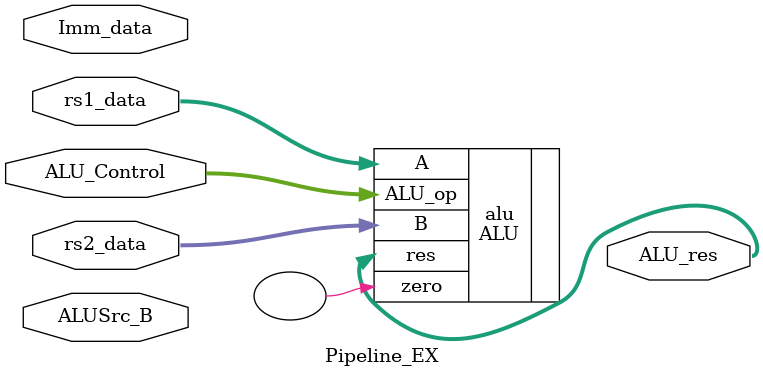
<source format=v>
module Pipeline_EX(
    input [31:0] rs1_data,
    input [31:0] rs2_data,
    input [31:0] Imm_data,
    input ALUSrc_B,
    input [2:0] ALU_Control,

    output [31:0] ALU_res
);

wire [31:0] alu_b_data = ALUSrc_B ? Imm_data : rs2_data;

ALU alu(
    .A(rs1_data),
    .B(rs2_data),
    .ALU_op(ALU_Control),
    .res(ALU_res),
    .zero()
);

endmodule
</source>
